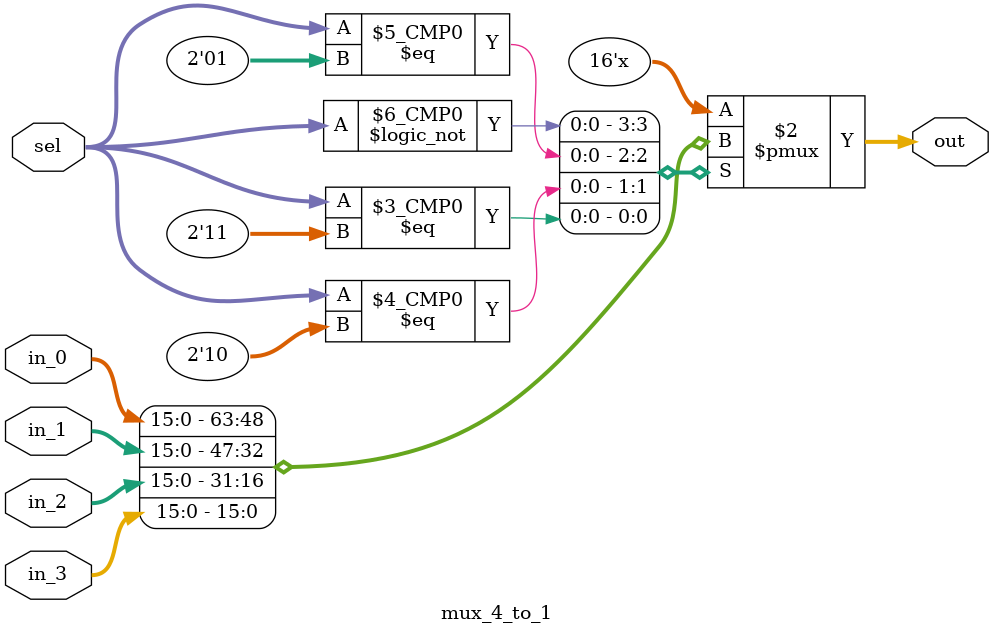
<source format=v>
module mux_4_to_1 #(
    parameter integer LENGTH = 16
)(
    input  [LENGTH-1:0] in_0,
    input  [LENGTH-1:0] in_1,
    input  [LENGTH-1:0] in_2,
    input  [LENGTH-1:0] in_3,
    input  [1:0] sel,
    output reg [LENGTH-1:0] out
);

always @(*) begin
    case(sel)
        2'd0:    out = in_0;
        2'd1:    out = in_1;
        2'd2:    out = in_2;
        2'd3:    out = in_3;
        default: out = in_0;
    endcase
end

endmodule

</source>
